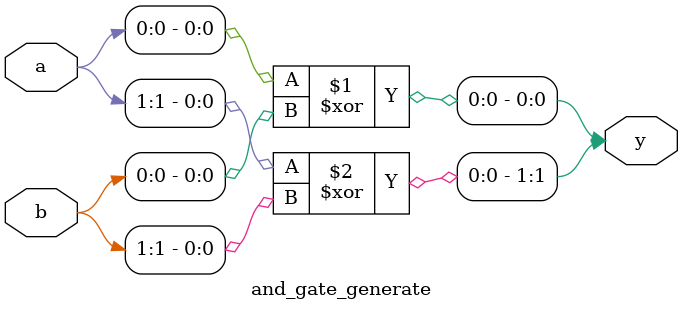
<source format=v>
module and_gate_generate (
    input wire [1:0] a, // 2-bit input vector
    input wire [1:0] b, // 2-bit input vector
    output wire [1:0] y // 2-bit output vector
);
    genvar i;
    generate
        for (i = 0; i < 2; i = i + 1) begin : and_gen
            assign y[i] = a[i] ^ b[i];
        end
    endgenerate
endmodule

</source>
